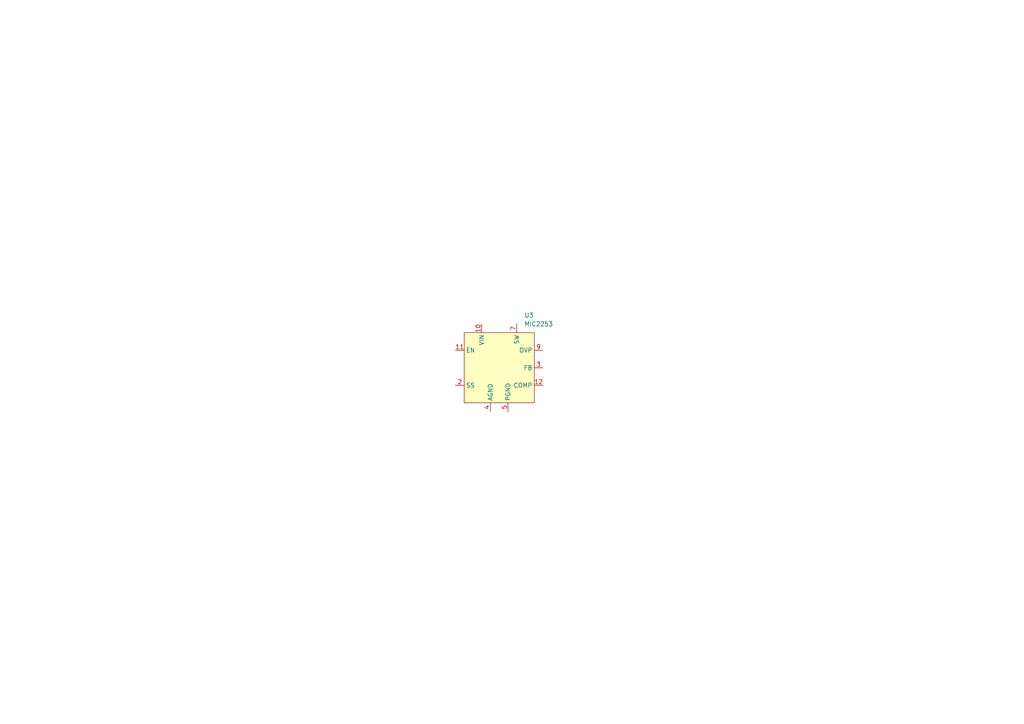
<source format=kicad_sch>
(kicad_sch
	(version 20231120)
	(generator "eeschema")
	(generator_version "8.0")
	(uuid "38cf3f10-2f20-4917-81bf-4bdcbdf8698f")
	(paper "A4")
	(title_block
		(company "Samio")
	)
	(lib_symbols
		(symbol "Regulator_Switching:MIC2253"
			(exclude_from_sim no)
			(in_bom yes)
			(on_board yes)
			(property "Reference" "U"
				(at -8.89 -11.43 0)
				(effects
					(font
						(size 1.27 1.27)
					)
				)
			)
			(property "Value" "MIC2253"
				(at 7.62 -11.43 0)
				(effects
					(font
						(size 1.27 1.27)
					)
				)
			)
			(property "Footprint" "Package_DFN_QFN:DFN-12-1EP_3x3mm_P0.5mm_EP1.6x2.5mm_ThermalVias"
				(at 0 0 0)
				(effects
					(font
						(size 1.27 1.27)
					)
					(hide yes)
				)
			)
			(property "Datasheet" "https://ww1.microchip.com/downloads/aemDocuments/documents/OTH/ProductDocuments/DataSheets/MIC2253-High-Current-1MHz-High-Efficiency-Boost-Regulator-with-OVP-and-Soft-Start-DS20006070A.pdf"
				(at 0 0 0)
				(effects
					(font
						(size 1.27 1.27)
					)
					(hide yes)
				)
			)
			(property "Description" "3.5A 1 MHz boost regulator, 2.5V to 10V input, up to 30V output, DFN-12"
				(at 0 0 0)
				(effects
					(font
						(size 1.27 1.27)
					)
					(hide yes)
				)
			)
			(property "ki_keywords" "switching voltage converter"
				(at 0 0 0)
				(effects
					(font
						(size 1.27 1.27)
					)
					(hide yes)
				)
			)
			(property "ki_fp_filters" "DFN*12*1EP*3x3mm*P0.5mm*EP1.6x2.5mm*"
				(at 0 0 0)
				(effects
					(font
						(size 1.27 1.27)
					)
					(hide yes)
				)
			)
			(symbol "MIC2253_1_1"
				(rectangle
					(start -10.16 10.16)
					(end 10.16 -10.16)
					(stroke
						(width 0)
						(type default)
					)
					(fill
						(type background)
					)
				)
				(pin no_connect line
					(at -12.7 0 0)
					(length 2.54) hide
					(name "NC"
						(effects
							(font
								(size 1.27 1.27)
							)
						)
					)
					(number "1"
						(effects
							(font
								(size 1.27 1.27)
							)
						)
					)
				)
				(pin power_in line
					(at -5.08 12.7 270)
					(length 2.54)
					(name "VIN"
						(effects
							(font
								(size 1.27 1.27)
							)
						)
					)
					(number "10"
						(effects
							(font
								(size 1.27 1.27)
							)
						)
					)
				)
				(pin input line
					(at -12.7 5.08 0)
					(length 2.54)
					(name "EN"
						(effects
							(font
								(size 1.27 1.27)
							)
						)
					)
					(number "11"
						(effects
							(font
								(size 1.27 1.27)
							)
						)
					)
				)
				(pin input line
					(at 12.7 -5.08 180)
					(length 2.54)
					(name "COMP"
						(effects
							(font
								(size 1.27 1.27)
							)
						)
					)
					(number "12"
						(effects
							(font
								(size 1.27 1.27)
							)
						)
					)
				)
				(pin passive line
					(at 2.54 -12.7 90)
					(length 2.54) hide
					(name "PGND"
						(effects
							(font
								(size 1.27 1.27)
							)
						)
					)
					(number "13"
						(effects
							(font
								(size 1.27 1.27)
							)
						)
					)
				)
				(pin input line
					(at -12.7 -5.08 0)
					(length 2.54)
					(name "SS"
						(effects
							(font
								(size 1.27 1.27)
							)
						)
					)
					(number "2"
						(effects
							(font
								(size 1.27 1.27)
							)
						)
					)
				)
				(pin input line
					(at 12.7 0 180)
					(length 2.54)
					(name "FB"
						(effects
							(font
								(size 1.27 1.27)
							)
						)
					)
					(number "3"
						(effects
							(font
								(size 1.27 1.27)
							)
						)
					)
				)
				(pin power_in line
					(at -2.54 -12.7 90)
					(length 2.54)
					(name "AGND"
						(effects
							(font
								(size 1.27 1.27)
							)
						)
					)
					(number "4"
						(effects
							(font
								(size 1.27 1.27)
							)
						)
					)
				)
				(pin power_in line
					(at 2.54 -12.7 90)
					(length 2.54)
					(name "PGND"
						(effects
							(font
								(size 1.27 1.27)
							)
						)
					)
					(number "5"
						(effects
							(font
								(size 1.27 1.27)
							)
						)
					)
				)
				(pin passive line
					(at 2.54 -12.7 90)
					(length 2.54) hide
					(name "PGND"
						(effects
							(font
								(size 1.27 1.27)
							)
						)
					)
					(number "6"
						(effects
							(font
								(size 1.27 1.27)
							)
						)
					)
				)
				(pin power_in line
					(at 5.08 12.7 270)
					(length 2.54)
					(name "SW"
						(effects
							(font
								(size 1.27 1.27)
							)
						)
					)
					(number "7"
						(effects
							(font
								(size 1.27 1.27)
							)
						)
					)
				)
				(pin passive line
					(at 5.08 12.7 270)
					(length 2.54) hide
					(name "SW"
						(effects
							(font
								(size 1.27 1.27)
							)
						)
					)
					(number "8"
						(effects
							(font
								(size 1.27 1.27)
							)
						)
					)
				)
				(pin input line
					(at 12.7 5.08 180)
					(length 2.54)
					(name "OVP"
						(effects
							(font
								(size 1.27 1.27)
							)
						)
					)
					(number "9"
						(effects
							(font
								(size 1.27 1.27)
							)
						)
					)
				)
			)
		)
	)
	(symbol
		(lib_id "Regulator_Switching:MIC2253")
		(at 144.78 106.68 0)
		(unit 1)
		(exclude_from_sim no)
		(in_bom yes)
		(on_board yes)
		(dnp no)
		(fields_autoplaced yes)
		(uuid "06272694-3f48-4f40-b6e5-8a418a11b846")
		(property "Reference" "U3"
			(at 152.0541 91.44 0)
			(effects
				(font
					(size 1.27 1.27)
				)
				(justify left)
			)
		)
		(property "Value" "MIC2253"
			(at 152.0541 93.98 0)
			(effects
				(font
					(size 1.27 1.27)
				)
				(justify left)
			)
		)
		(property "Footprint" "Package_DFN_QFN:DFN-12-1EP_3x3mm_P0.5mm_EP1.6x2.5mm_ThermalVias"
			(at 144.78 106.68 0)
			(effects
				(font
					(size 1.27 1.27)
				)
				(hide yes)
			)
		)
		(property "Datasheet" "https://ww1.microchip.com/downloads/aemDocuments/documents/OTH/ProductDocuments/DataSheets/MIC2253-High-Current-1MHz-High-Efficiency-Boost-Regulator-with-OVP-and-Soft-Start-DS20006070A.pdf"
			(at 144.78 106.68 0)
			(effects
				(font
					(size 1.27 1.27)
				)
				(hide yes)
			)
		)
		(property "Description" "3.5A 1 MHz boost regulator, 2.5V to 10V input, up to 30V output, DFN-12"
			(at 144.78 106.68 0)
			(effects
				(font
					(size 1.27 1.27)
				)
				(hide yes)
			)
		)
		(pin "10"
			(uuid "fc0d6e91-afc8-4cb6-aa89-e6406f9a5442")
		)
		(pin "5"
			(uuid "96b8c724-805d-44a5-aa79-fa7c7ac55268")
		)
		(pin "7"
			(uuid "59464694-4685-4fa7-8f3e-e69dd228dfc3")
		)
		(pin "9"
			(uuid "144b7419-2acf-42d6-bb72-9a6ccfb4e451")
		)
		(pin "11"
			(uuid "83ea8d2c-b3e3-482c-8009-6e7767571109")
		)
		(pin "12"
			(uuid "7f5c6e44-c174-4774-86ae-d5c966da9238")
		)
		(pin "13"
			(uuid "2160117a-6449-4993-9760-526018ed8dda")
		)
		(pin "1"
			(uuid "af736098-6c4b-48a6-bfe4-ad0f538a653f")
		)
		(pin "3"
			(uuid "015088a8-6b96-463d-b5d0-6a6fccf1d521")
		)
		(pin "6"
			(uuid "da515a08-a749-4d62-8ea8-895e6c1e990b")
		)
		(pin "8"
			(uuid "c3c8571d-4511-4230-b5ee-435300ced7fd")
		)
		(pin "2"
			(uuid "aa7b95b2-f77e-48b0-b420-fd21aa132be1")
		)
		(pin "4"
			(uuid "bacd18b2-6b52-4e33-9e20-075264bdf14e")
		)
		(instances
			(project "StepUp"
				(path "/e0cca1c7-c263-49eb-8c40-74000ebe5285/e827d0b4-d448-43f9-95b8-3deddd7cd4ee"
					(reference "U3")
					(unit 1)
				)
			)
		)
	)
)
</source>
